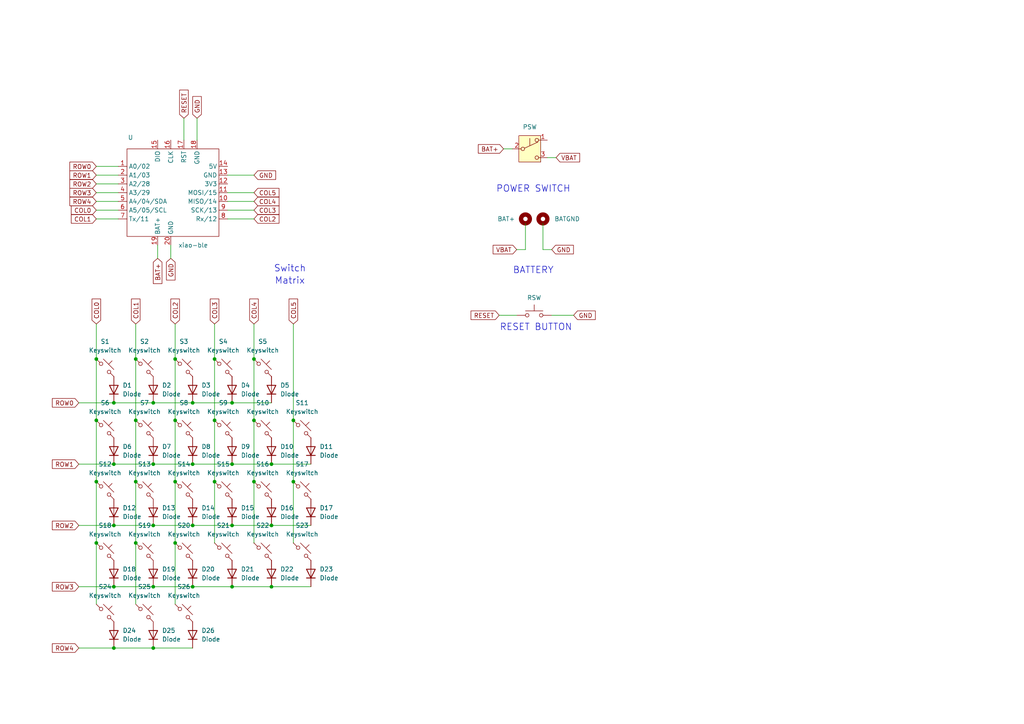
<source format=kicad_sch>
(kicad_sch (version 20231120) (generator "eeschema") (generator_version "8.0")
  (paper "A4")
  (title_block (title "Catpucciano") (date "2024-09-28") (rev "v01"))
  (lib_symbols
    (symbol "ScottoKeebs:Placeholder_Diode" (pin_numbers hide) (pin_names hide)
      (property "Reference" "D" (at 0 2.54 0))
      (property "Value" "Diode" (at 0 -2.54 0))
      (symbol "Placeholder_Diode_0_1"
        (polyline (pts (xy -1.27 1.27) (xy -1.27 -1.27)) (stroke (width 0.254)))
        (polyline (pts (xy 1.27 0) (xy -1.27 0)))
        (polyline (pts (xy 1.27 1.27) (xy 1.27 -1.27) (xy -1.27 0) (xy 1.27 1.27)) (stroke (width 0.254)))
      )
      (symbol "Placeholder_Diode_1_1"
        (pin passive line (at -3.81 0 0) (length 2.54) (name "K") (number "1"))
        (pin passive line (at 3.81 0 180) (length 2.54) (name "A") (number "2"))
      )
    )
    (symbol "ScottoKeebs:Placeholder_Keyswitch" (pin_numbers hide) (pin_names (offset 1.016) hide)
      (property "Reference" "S" (at 3.048 1.016 0))
      (property "Value" "Keyswitch" (at 0 -3.81 0))
      (symbol "Placeholder_Keyswitch_0_1"
        (circle (center -1.1684 1.1684) (radius 0.508))
        (polyline (pts (xy -0.508 2.54) (xy 2.54 -0.508)))
        (polyline (pts (xy 1.016 1.016) (xy 2.032 2.032)))
        (polyline (pts (xy -2.54 2.54) (xy -1.524 1.524) (xy -1.524 1.524)))
        (polyline (pts (xy 1.524 -1.524) (xy 2.54 -2.54) (xy 2.54 -2.54) (xy 2.54 -2.54)))
        (circle (center 1.143 -1.1938) (radius 0.508))
        (pin passive line (at -2.54 2.54 0) (length 0) (name "1") (number "1"))
        (pin passive line (at 2.54 -2.54 180) (length 0) (name "2") (number "2"))
      )
    )
    (symbol "ScottoKeebs:Placeholder_Mounting_Hole" (pin_names (offset 1.016))
      (property "Reference" "H" (at 0 5.08 0))
      (property "Value" "Mounting_Hole" (at 0 3.175 0))
      (symbol "Placeholder_Mounting_Hole_0_1"
        (circle (center 0 0) (radius 1.27) (stroke (width 1.27)))
      )
    )
    (symbol "ScottoKeebs:Placeholder_Switch" (pin_numbers hide) (pin_names (offset 1.016) hide)
      (property "Reference" "SW" (at 1.27 2.54 0))
      (property "Value" "Switch" (at 0 -1.524 0))
      (symbol "Placeholder_Switch_0_1"
        (circle (center -2.032 0) (radius 0.508))
        (polyline (pts (xy 0 1.27) (xy 0 3.048)))
        (polyline (pts (xy 2.54 1.27) (xy -2.54 1.27)))
        (circle (center 2.032 0) (radius 0.508))
        (pin passive line (at -5.08 0 0) (length 2.54) (name "1") (number "1"))
        (pin passive line (at 5.08 0 180) (length 2.54) (name "2") (number "2"))
      )
    )
    (symbol "Switch:SW_Push_SPDT" (pin_names (offset 0) hide)
      (property "Reference" "SW" (at 0 5.08 0))
      (property "Value" "SW_Push_SPDT" (at 0 -5.08 0))
      (symbol "SW_Push_SPDT_0_0"
        (circle (center -2.032 0) (radius 0.508))
        (polyline (pts (xy 0 1.016) (xy 0 3.048)))
        (circle (center 2.032 -2.54) (radius 0.508))
      )
      (symbol "SW_Push_SPDT_0_1"
        (polyline (pts (xy -1.524 0.2032) (xy 2.3368 1.9812)))
        (circle (center 2.032 2.54) (radius 0.508))
      )
      (symbol "SW_Push_SPDT_1_1"
        (rectangle (start -3.175 3.81) (end 3.175 -3.81) (fill (type background)))
        (pin passive line (at 5.08 2.54 180) (length 2.54) (name "A") (number "1"))
        (pin passive line (at -5.08 0 0) (length 2.54) (name "B") (number "2"))
        (pin passive line (at 5.08 -2.54 180) (length 2.54) (name "C") (number "3"))
      )
    )
    (symbol "xiao-ble:microcontroller"
      (property "Reference" "Microcontroller" (at 36.576 14.224 0))
      (property "Value" "U" (at 13.716 41.91 0))
      (symbol "microcontroller_0_1"
        (rectangle (start 12.7 40.64) (end 39.37 15.24))
      )
      (symbol "microcontroller_1_1"
        (pin input line (at 10.16 35.56 0) (length 2.54) (name "A0/02") (number "1"))
        (pin input line (at 41.91 25.4 180) (length 2.54) (name "MISO/14") (number "10"))
        (pin input line (at 41.91 27.94 180) (length 2.54) (name "MOSI/15") (number "11"))
        (pin input line (at 41.91 30.48 180) (length 2.54) (name "3V3") (number "12"))
        (pin input line (at 41.91 33.02 180) (length 2.54) (name "GND") (number "13"))
        (pin input line (at 41.91 35.56 180) (length 2.54) (name "5V") (number "14"))
        (pin input line (at 21.59 43.18 270) (length 2.54) (name "DIO") (number "15"))
        (pin input line (at 25.4 43.18 270) (length 2.54) (name "CLK") (number "16"))
        (pin input line (at 29.21 43.18 270) (length 2.54) (name "RST") (number "17"))
        (pin input line (at 33.02 43.18 270) (length 2.54) (name "GND") (number "18"))
        (pin input line (at 21.59 12.7 90) (length 2.54) (name "BAT+") (number "19"))
        (pin input line (at 10.16 33.02 0) (length 2.54) (name "A1/03") (number "2"))
        (pin input line (at 25.4 12.7 90) (length 2.54) (name "GND") (number "20"))
        (pin input line (at 10.16 30.48 0) (length 2.54) (name "A2/28") (number "3"))
        (pin input line (at 10.16 27.94 0) (length 2.54) (name "A3/29") (number "4"))
        (pin input line (at 10.16 25.4 0) (length 2.54) (name "A4/04/SDA") (number "5"))
        (pin input line (at 10.16 22.86 0) (length 2.54) (name "A5/05/SCL") (number "6"))
        (pin input line (at 10.16 20.32 0) (length 2.54) (name "Tx/11") (number "7"))
        (pin input line (at 41.91 20.32 180) (length 2.54) (name "Rx/12") (number "8"))
        (pin input line (at 41.91 22.86 180) (length 2.54) (name "SCK/13") (number "9"))
      )
    )
  )
  (junction (at 39.37 157.48))
  (junction (at 67.31 116.84))
  (junction (at 67.31 152.4))
  (junction (at 44.45 187.96))
  (junction (at 85.09 139.7))
  (junction (at 78.74 152.4))
  (junction (at 62.23 104.14))
  (junction (at 73.66 104.14))
  (junction (at 73.66 139.7))
  (junction (at 85.09 121.92))
  (junction (at 55.88 152.4))
  (junction (at 33.02 116.84))
  (junction (at 33.02 170.18))
  (junction (at 39.37 139.7))
  (junction (at 39.37 121.92))
  (junction (at 55.88 170.18))
  (junction (at 78.74 170.18))
  (junction (at 62.23 139.7))
  (junction (at 33.02 152.4))
  (junction (at 55.88 116.84))
  (junction (at 50.8 121.92))
  (junction (at 27.94 157.48))
  (junction (at 33.02 134.62))
  (junction (at 44.45 134.62))
  (junction (at 50.8 104.14))
  (junction (at 67.31 134.62))
  (junction (at 44.45 170.18))
  (junction (at 67.31 170.18))
  (junction (at 44.45 116.84))
  (junction (at 62.23 121.92))
  (junction (at 55.88 134.62))
  (junction (at 44.45 152.4))
  (junction (at 50.8 139.7))
  (junction (at 39.37 104.14))
  (junction (at 73.66 121.92))
  (junction (at 27.94 121.92))
  (junction (at 50.8 157.48))
  (junction (at 27.94 139.7))
  (junction (at 78.74 134.62))
  (junction (at 33.02 187.96))
  (junction (at 27.94 104.14))
  (wire (pts (xy 73.66 55.88) (xy 66.04 55.88)))
  (wire (pts (xy 33.02 134.62) (xy 44.45 134.62)))
  (wire (pts (xy 166.37 91.44) (xy 160.02 91.44)))
  (wire (pts (xy 27.94 93.98) (xy 27.94 104.14)))
  (wire (pts (xy 44.45 152.4) (xy 55.88 152.4)))
  (wire (pts (xy 67.31 152.4) (xy 78.74 152.4)))
  (wire (pts (xy 85.09 93.98) (xy 85.09 121.92)))
  (wire (pts (xy 149.86 72.39) (xy 152.4 72.39)))
  (wire (pts (xy 39.37 121.92) (xy 39.37 139.7)))
  (wire (pts (xy 39.37 157.48) (xy 39.37 175.26)))
  (wire (pts (xy 85.09 139.7) (xy 85.09 157.48)))
  (wire (pts (xy 67.31 170.18) (xy 78.74 170.18)))
  (wire (pts (xy 62.23 139.7) (xy 62.23 157.48)))
  (wire (pts (xy 85.09 121.92) (xy 85.09 139.7)))
  (wire (pts (xy 44.45 134.62) (xy 55.88 134.62)))
  (wire (pts (xy 27.94 60.96) (xy 34.29 60.96)))
  (wire (pts (xy 33.02 170.18) (xy 44.45 170.18)))
  (wire (pts (xy 22.86 170.18) (xy 33.02 170.18)))
  (wire (pts (xy 62.23 104.14) (xy 62.23 121.92)))
  (wire (pts (xy 57.15 34.29) (xy 57.15 40.64)))
  (wire (pts (xy 55.88 170.18) (xy 67.31 170.18)))
  (wire (pts (xy 27.94 63.5) (xy 34.29 63.5)))
  (wire (pts (xy 67.31 134.62) (xy 78.74 134.62)))
  (wire (pts (xy 45.72 71.12) (xy 45.72 74.93)))
  (wire (pts (xy 73.66 58.42) (xy 66.04 58.42)))
  (wire (pts (xy 27.94 55.88) (xy 34.29 55.88)))
  (wire (pts (xy 33.02 152.4) (xy 44.45 152.4)))
  (wire (pts (xy 73.66 104.14) (xy 73.66 121.92)))
  (wire (pts (xy 27.94 139.7) (xy 27.94 157.48)))
  (wire (pts (xy 67.31 116.84) (xy 78.74 116.84)))
  (wire (pts (xy 39.37 93.98) (xy 39.37 104.14)))
  (wire (pts (xy 78.74 134.62) (xy 90.17 134.62)))
  (wire (pts (xy 55.88 116.84) (xy 67.31 116.84)))
  (wire (pts (xy 78.74 170.18) (xy 90.17 170.18)))
  (wire (pts (xy 146.05 43.18) (xy 148.59 43.18)))
  (wire (pts (xy 50.8 157.48) (xy 50.8 175.26)))
  (wire (pts (xy 53.34 34.29) (xy 53.34 40.64)))
  (wire (pts (xy 50.8 139.7) (xy 50.8 157.48)))
  (wire (pts (xy 144.78 91.44) (xy 149.86 91.44)))
  (wire (pts (xy 73.66 60.96) (xy 66.04 60.96)))
  (wire (pts (xy 22.86 152.4) (xy 33.02 152.4)))
  (wire (pts (xy 62.23 93.98) (xy 62.23 104.14)))
  (wire (pts (xy 44.45 170.18) (xy 55.88 170.18)))
  (wire (pts (xy 27.94 58.42) (xy 34.29 58.42)))
  (wire (pts (xy 33.02 116.84) (xy 44.45 116.84)))
  (wire (pts (xy 160.02 72.39) (xy 157.48 72.39)))
  (wire (pts (xy 55.88 152.4) (xy 67.31 152.4)))
  (wire (pts (xy 50.8 121.92) (xy 50.8 139.7)))
  (wire (pts (xy 73.66 63.5) (xy 66.04 63.5)))
  (wire (pts (xy 157.48 64.77) (xy 157.48 72.39)))
  (wire (pts (xy 22.86 187.96) (xy 33.02 187.96)))
  (wire (pts (xy 27.94 48.26) (xy 34.29 48.26)))
  (wire (pts (xy 27.94 121.92) (xy 27.94 139.7)))
  (wire (pts (xy 27.94 157.48) (xy 27.94 175.26)))
  (wire (pts (xy 73.66 121.92) (xy 73.66 139.7)))
  (wire (pts (xy 78.74 152.4) (xy 90.17 152.4)))
  (wire (pts (xy 50.8 93.98) (xy 50.8 104.14)))
  (wire (pts (xy 73.66 93.98) (xy 73.66 104.14)))
  (wire (pts (xy 39.37 104.14) (xy 39.37 121.92)))
  (wire (pts (xy 44.45 187.96) (xy 55.88 187.96)))
  (wire (pts (xy 44.45 116.84) (xy 55.88 116.84)))
  (wire (pts (xy 22.86 116.84) (xy 33.02 116.84)))
  (wire (pts (xy 27.94 104.14) (xy 27.94 121.92)))
  (wire (pts (xy 66.04 50.8) (xy 73.66 50.8)))
  (wire (pts (xy 33.02 187.96) (xy 44.45 187.96)))
  (wire (pts (xy 161.29 45.72) (xy 158.75 45.72)))
  (wire (pts (xy 27.94 53.34) (xy 34.29 53.34)))
  (wire (pts (xy 22.86 134.62) (xy 33.02 134.62)))
  (wire (pts (xy 39.37 139.7) (xy 39.37 157.48)))
  (wire (pts (xy 152.4 64.77) (xy 152.4 72.39)))
  (wire (pts (xy 55.88 134.62) (xy 67.31 134.62)))
  (wire (pts (xy 27.94 50.8) (xy 34.29 50.8)))
  (wire (pts (xy 73.66 139.7) (xy 73.66 157.48)))
  (wire (pts (xy 62.23 121.92) (xy 62.23 139.7)))
  (wire (pts (xy 50.8 104.14) (xy 50.8 121.92)))
  (wire (pts (xy 49.53 71.12) (xy 49.53 74.93)))
  (text "POWER SWITCH" (at 154.686 54.864 0) (effects (font (size 1.905 1.905))))
  (text "Microcontroller" (at 75.184 41.656 0) (effects (font (size 1.905 1.905))))
  (text "BATTERY" (at 154.686 78.486 0) (effects (font (size 1.905 1.905))))
  (text "Switch " (at 84.836 77.978 0) (effects (font (size 1.905 1.905))))
  (text "Matrix" (at 84.074 81.534 0) (effects (font (size 1.905 1.905))))
  (text "RESET BUTTON" (at 155.448 94.996 0) (effects (font (size 1.905 1.905))))
  (global_label "COL3" (shape input) (at 62.23 93.98 90) (property "Intersheetrefs" "${INTERSHEET_REFS}" (effects (hide yes))))
  (global_label "COL3" (shape input) (at 73.66 60.96 0) (property "Intersheetrefs" "${INTERSHEET_REFS}" (effects (hide yes))))
  (global_label "COL1" (shape input) (at 39.37 93.98 90) (property "Intersheetrefs" "${INTERSHEET_REFS}" (effects (hide yes))))
  (global_label "ROW2" (shape input) (at 22.86 152.4 180) (property "Intersheetrefs" "${INTERSHEET_REFS}" (effects (hide yes))))
  (global_label "GND" (shape input) (at 73.66 50.8 0) (property "Intersheetrefs" "${INTERSHEET_REFS}" (effects (hide yes))))
  (global_label "COL2" (shape input) (at 50.8 93.98 90) (property "Intersheetrefs" "${INTERSHEET_REFS}" (effects (hide yes))))
  (global_label "VBAT" (shape input) (at 149.86 72.39 180) (property "Intersheetrefs" "${INTERSHEET_REFS}" (effects (hide yes))))
  (global_label "GND" (shape input) (at 49.53 74.93 270) (property "Intersheetrefs" "${INTERSHEET_REFS}" (effects (hide yes))))
  (global_label "RESET" (shape input) (at 53.34 34.29 90) (property "Intersheetrefs" "${INTERSHEET_REFS}" (effects (hide yes))))
  (global_label "ROW3" (shape input) (at 27.94 55.88 180) (property "Intersheetrefs" "${INTERSHEET_REFS}" (effects (hide yes))))
  (global_label "COL2" (shape input) (at 73.66 63.5 0) (property "Intersheetrefs" "${INTERSHEET_REFS}" (effects (hide yes))))
  (global_label "ROW1" (shape input) (at 27.94 50.8 180) (property "Intersheetrefs" "${INTERSHEET_REFS}" (effects (hide yes))))
  (global_label "GND" (shape input) (at 160.02 72.39 0) (property "Intersheetrefs" "${INTERSHEET_REFS}" (effects (hide yes))))
  (global_label "GND" (shape input) (at 166.37 91.44 0) (property "Intersheetrefs" "${INTERSHEET_REFS}" (effects (hide yes))))
  (global_label "COL4" (shape input) (at 73.66 93.98 90) (property "Intersheetrefs" "${INTERSHEET_REFS}" (effects (hide yes))))
  (global_label "COL1" (shape input) (at 27.94 63.5 180) (property "Intersheetrefs" "${INTERSHEET_REFS}" (effects (hide yes))))
  (global_label "BAT+" (shape input) (at 45.72 74.93 270) (property "Intersheetrefs" "${INTERSHEET_REFS}" (effects (hide yes))))
  (global_label "COL4" (shape input) (at 73.66 58.42 0) (property "Intersheetrefs" "${INTERSHEET_REFS}" (effects (hide yes))))
  (global_label "ROW4" (shape input) (at 22.86 187.96 180) (property "Intersheetrefs" "${INTERSHEET_REFS}" (effects (hide yes))))
  (global_label "VBAT" (shape input) (at 161.29 45.72 0) (property "Intersheetrefs" "${INTERSHEET_REFS}" (effects (hide yes))))
  (global_label "ROW1" (shape input) (at 22.86 134.62 180) (property "Intersheetrefs" "${INTERSHEET_REFS}" (effects (hide yes))))
  (global_label "COL0" (shape input) (at 27.94 93.98 90) (property "Intersheetrefs" "${INTERSHEET_REFS}" (effects (hide yes))))
  (global_label "COL5" (shape input) (at 85.09 93.98 90) (property "Intersheetrefs" "${INTERSHEET_REFS}" (effects (hide yes))))
  (global_label "ROW2" (shape input) (at 27.94 53.34 180) (property "Intersheetrefs" "${INTERSHEET_REFS}" (effects (hide yes))))
  (global_label "BAT+" (shape input) (at 146.05 43.18 180) (property "Intersheetrefs" "${INTERSHEET_REFS}" (effects (hide yes))))
  (global_label "ROW3" (shape input) (at 22.86 170.18 180) (property "Intersheetrefs" "${INTERSHEET_REFS}" (effects (hide yes))))
  (global_label "ROW4" (shape input) (at 27.94 58.42 180) (property "Intersheetrefs" "${INTERSHEET_REFS}" (effects (hide yes))))
  (global_label "ROW0" (shape input) (at 22.86 116.84 180) (property "Intersheetrefs" "${INTERSHEET_REFS}" (effects (hide yes))))
  (global_label "COL5" (shape input) (at 73.66 55.88 0) (property "Intersheetrefs" "${INTERSHEET_REFS}" (effects (hide yes))))
  (global_label "COL0" (shape input) (at 27.94 60.96 180) (property "Intersheetrefs" "${INTERSHEET_REFS}" (effects (hide yes))))
  (global_label "ROW0" (shape input) (at 27.94 48.26 180) (property "Intersheetrefs" "${INTERSHEET_REFS}" (effects (hide yes))))
  (global_label "RESET" (shape input) (at 144.78 91.44 180) (property "Intersheetrefs" "${INTERSHEET_REFS}" (effects (hide yes))))
  (global_label "GND" (shape input) (at 57.15 34.29 90) (property "Intersheetrefs" "${INTERSHEET_REFS}" (effects (hide yes))))
  (symbol (lib_id "ScottoKeebs:Placeholder_Keyswitch") (at 41.91 106.68 0) (unit 1)
    (property "Reference" "S2" (at 41.91 99.06 0))
    (property "Value" "Keyswitch" (at 41.91 101.6 0))
    (property "Description" "Push button switch, normally open, two pins, 45° tilted" (effects (hide yes)))
  )
  (symbol (lib_id "ScottoKeebs:Placeholder_Keyswitch") (at 64.77 142.24 0) (unit 1)
    (property "Reference" "S15" (at 64.77 134.62 0))
    (property "Value" "Keyswitch" (at 64.77 137.16 0))
    (property "Description" "Push button switch, normally open, two pins, 45° tilted" (effects (hide yes)))
  )
  (symbol (lib_id "ScottoKeebs:Placeholder_Diode") (at 44.45 166.37 90) (unit 1)
    (property "Reference" "D19" (at 46.99 165.0999 90) (effects (justify right)))
    (property "Value" "Diode" (at 46.99 167.6399 90) (effects (justify right)))
    (property "Description" "1N4148 (DO-35) or 1N4148W (SOD-123)" (effects (hide yes)))
    (property "Sim.Device" "D" (effects (hide yes)))
    (property "Sim.Pins" "1=K 2=A" (effects (hide yes)))
  )
  (symbol (lib_id "ScottoKeebs:Placeholder_Keyswitch") (at 87.63 124.46 0) (unit 1)
    (property "Reference" "S11" (at 87.63 116.84 0))
    (property "Value" "Keyswitch" (at 87.63 119.38 0))
    (property "Description" "Push button switch, normally open, two pins, 45° tilted" (effects (hide yes)))
  )
  (symbol (lib_id "ScottoKeebs:Placeholder_Diode") (at 33.02 130.81 90) (unit 1)
    (property "Reference" "D6" (at 35.56 129.5399 90) (effects (justify right)))
    (property "Value" "Diode" (at 35.56 132.0799 90) (effects (justify right)))
    (property "Description" "1N4148 (DO-35) or 1N4148W (SOD-123)" (effects (hide yes)))
    (property "Sim.Device" "D" (effects (hide yes)))
    (property "Sim.Pins" "1=K 2=A" (effects (hide yes)))
  )
  (symbol (lib_id "ScottoKeebs:Placeholder_Mounting_Hole") (at 152.4 63.5 0) (unit 1)
    (property "Reference" "H1" (effects (hide yes)))
    (property "Value" "BAT+" (at 144.272 63.5 0) (effects (justify left)))
    (property "Description" "Mounting Hole without connection" (effects (hide yes)))
  )
  (symbol (lib_id "ScottoKeebs:Placeholder_Keyswitch") (at 64.77 106.68 0) (unit 1)
    (property "Reference" "S4" (at 64.77 99.06 0))
    (property "Value" "Keyswitch" (at 64.77 101.6 0))
    (property "Description" "Push button switch, normally open, two pins, 45° tilted" (effects (hide yes)))
  )
  (symbol (lib_id "ScottoKeebs:Placeholder_Keyswitch") (at 53.34 160.02 0) (unit 1)
    (property "Reference" "S20" (at 53.34 152.4 0))
    (property "Value" "Keyswitch" (at 53.34 154.94 0))
    (property "Description" "Push button switch, normally open, two pins, 45° tilted" (effects (hide yes)))
  )
  (symbol (lib_id "ScottoKeebs:Placeholder_Keyswitch") (at 53.34 142.24 0) (unit 1)
    (property "Reference" "S14" (at 53.34 134.62 0))
    (property "Value" "Keyswitch" (at 53.34 137.16 0))
    (property "Description" "Push button switch, normally open, two pins, 45° tilted" (effects (hide yes)))
  )
  (symbol (lib_id "ScottoKeebs:Placeholder_Keyswitch") (at 87.63 142.24 0) (unit 1)
    (property "Reference" "S17" (at 87.63 134.62 0))
    (property "Value" "Keyswitch" (at 87.63 137.16 0))
    (property "Description" "Push button switch, normally open, two pins, 45° tilted" (effects (hide yes)))
  )
  (symbol (lib_id "ScottoKeebs:Placeholder_Diode") (at 44.45 148.59 90) (unit 1)
    (property "Reference" "D13" (at 46.99 147.3199 90) (effects (justify right)))
    (property "Value" "Diode" (at 46.99 149.8599 90) (effects (justify right)))
    (property "Description" "1N4148 (DO-35) or 1N4148W (SOD-123)" (effects (hide yes)))
    (property "Sim.Device" "D" (effects (hide yes)))
    (property "Sim.Pins" "1=K 2=A" (effects (hide yes)))
  )
  (symbol (lib_id "ScottoKeebs:Placeholder_Diode") (at 55.88 166.37 90) (unit 1)
    (property "Reference" "D20" (at 58.42 165.0999 90) (effects (justify right)))
    (property "Value" "Diode" (at 58.42 167.6399 90) (effects (justify right)))
    (property "Description" "1N4148 (DO-35) or 1N4148W (SOD-123)" (effects (hide yes)))
    (property "Sim.Device" "D" (effects (hide yes)))
    (property "Sim.Pins" "1=K 2=A" (effects (hide yes)))
  )
  (symbol (lib_id "ScottoKeebs:Placeholder_Mounting_Hole") (at 157.48 63.5 0) (unit 1)
    (property "Reference" "H2" (effects (hide yes)))
    (property "Value" "BATGND" (at 160.782 63.5 0) (effects (justify left)))
    (property "Description" "Mounting Hole without connection" (effects (hide yes)))
  )
  (symbol (lib_id "ScottoKeebs:Placeholder_Diode") (at 67.31 113.03 90) (unit 1)
    (property "Reference" "D4" (at 69.85 111.7599 90) (effects (justify right)))
    (property "Value" "Diode" (at 69.85 114.2999 90) (effects (justify right)))
    (property "Description" "1N4148 (DO-35) or 1N4148W (SOD-123)" (effects (hide yes)))
    (property "Sim.Device" "D" (effects (hide yes)))
    (property "Sim.Pins" "1=K 2=A" (effects (hide yes)))
  )
  (symbol (lib_id "ScottoKeebs:Placeholder_Diode") (at 78.74 166.37 90) (unit 1)
    (property "Reference" "D22" (at 81.28 165.0999 90) (effects (justify right)))
    (property "Value" "Diode" (at 81.28 167.6399 90) (effects (justify right)))
    (property "Description" "1N4148 (DO-35) or 1N4148W (SOD-123)" (effects (hide yes)))
    (property "Sim.Device" "D" (effects (hide yes)))
    (property "Sim.Pins" "1=K 2=A" (effects (hide yes)))
  )
  (symbol (lib_id "Switch:SW_Push_SPDT") (at 153.67 43.18 0) (unit 1)
    (property "Reference" "SW2" (effects (hide yes)))
    (property "Value" "PSW" (at 153.67 36.83 0))
    (property "Description" "Momentary Switch, single pole double throw" (effects (hide yes)))
  )
  (symbol (lib_id "ScottoKeebs:Placeholder_Diode") (at 78.74 148.59 90) (unit 1)
    (property "Reference" "D16" (at 81.28 147.3199 90) (effects (justify right)))
    (property "Value" "Diode" (at 81.28 149.8599 90) (effects (justify right)))
    (property "Description" "1N4148 (DO-35) or 1N4148W (SOD-123)" (effects (hide yes)))
    (property "Sim.Device" "D" (effects (hide yes)))
    (property "Sim.Pins" "1=K 2=A" (effects (hide yes)))
  )
  (symbol (lib_id "ScottoKeebs:Placeholder_Keyswitch") (at 53.34 124.46 0) (unit 1)
    (property "Reference" "S8" (at 53.34 116.84 0))
    (property "Value" "Keyswitch" (at 53.34 119.38 0))
    (property "Description" "Push button switch, normally open, two pins, 45° tilted" (effects (hide yes)))
  )
  (symbol (lib_id "ScottoKeebs:Placeholder_Diode") (at 44.45 130.81 90) (unit 1)
    (property "Reference" "D7" (at 46.99 129.5399 90) (effects (justify right)))
    (property "Value" "Diode" (at 46.99 132.0799 90) (effects (justify right)))
    (property "Description" "1N4148 (DO-35) or 1N4148W (SOD-123)" (effects (hide yes)))
    (property "Sim.Device" "D" (effects (hide yes)))
    (property "Sim.Pins" "1=K 2=A" (effects (hide yes)))
  )
  (symbol (lib_id "ScottoKeebs:Placeholder_Diode") (at 33.02 113.03 90) (unit 1)
    (property "Reference" "D1" (at 35.56 111.7599 90) (effects (justify right)))
    (property "Value" "Diode" (at 35.56 114.2999 90) (effects (justify right)))
    (property "Description" "1N4148 (DO-35) or 1N4148W (SOD-123)" (effects (hide yes)))
    (property "Sim.Device" "D" (effects (hide yes)))
    (property "Sim.Pins" "1=K 2=A" (effects (hide yes)))
  )
  (symbol (lib_id "ScottoKeebs:Placeholder_Keyswitch") (at 30.48 177.8 0) (unit 1)
    (property "Reference" "S24" (at 30.48 170.18 0))
    (property "Value" "Keyswitch" (at 30.48 172.72 0))
    (property "Description" "Push button switch, normally open, two pins, 45° tilted" (effects (hide yes)))
  )
  (symbol (lib_id "ScottoKeebs:Placeholder_Keyswitch") (at 76.2 142.24 0) (unit 1)
    (property "Reference" "S16" (at 76.2 134.62 0))
    (property "Value" "Keyswitch" (at 76.2 137.16 0))
    (property "Description" "Push button switch, normally open, two pins, 45° tilted" (effects (hide yes)))
  )
  (symbol (lib_id "ScottoKeebs:Placeholder_Diode") (at 90.17 148.59 90) (unit 1)
    (property "Reference" "D17" (at 92.71 147.3199 90) (effects (justify right)))
    (property "Value" "Diode" (at 92.71 149.8599 90) (effects (justify right)))
    (property "Description" "1N4148 (DO-35) or 1N4148W (SOD-123)" (effects (hide yes)))
    (property "Sim.Device" "D" (effects (hide yes)))
    (property "Sim.Pins" "1=K 2=A" (effects (hide yes)))
  )
  (symbol (lib_id "ScottoKeebs:Placeholder_Keyswitch") (at 64.77 160.02 0) (unit 1)
    (property "Reference" "S21" (at 64.77 152.4 0))
    (property "Value" "Keyswitch" (at 64.77 154.94 0))
    (property "Description" "Push button switch, normally open, two pins, 45° tilted" (effects (hide yes)))
  )
  (symbol (lib_id "ScottoKeebs:Placeholder_Diode") (at 33.02 148.59 90) (unit 1)
    (property "Reference" "D12" (at 35.56 147.3199 90) (effects (justify right)))
    (property "Value" "Diode" (at 35.56 149.8599 90) (effects (justify right)))
    (property "Description" "1N4148 (DO-35) or 1N4148W (SOD-123)" (effects (hide yes)))
    (property "Sim.Device" "D" (effects (hide yes)))
    (property "Sim.Pins" "1=K 2=A" (effects (hide yes)))
  )
  (symbol (lib_id "ScottoKeebs:Placeholder_Diode") (at 67.31 130.81 90) (unit 1)
    (property "Reference" "D9" (at 69.85 129.5399 90) (effects (justify right)))
    (property "Value" "Diode" (at 69.85 132.0799 90) (effects (justify right)))
    (property "Description" "1N4148 (DO-35) or 1N4148W (SOD-123)" (effects (hide yes)))
    (property "Sim.Device" "D" (effects (hide yes)))
    (property "Sim.Pins" "1=K 2=A" (effects (hide yes)))
  )
  (symbol (lib_id "ScottoKeebs:Placeholder_Keyswitch") (at 30.48 160.02 0) (unit 1)
    (property "Reference" "S18" (at 30.48 152.4 0))
    (property "Value" "Keyswitch" (at 30.48 154.94 0))
    (property "Description" "Push button switch, normally open, two pins, 45° tilted" (effects (hide yes)))
  )
  (symbol (lib_id "ScottoKeebs:Placeholder_Diode") (at 78.74 113.03 90) (unit 1)
    (property "Reference" "D5" (at 81.28 111.7599 90) (effects (justify right)))
    (property "Value" "Diode" (at 81.28 114.2999 90) (effects (justify right)))
    (property "Description" "1N4148 (DO-35) or 1N4148W (SOD-123)" (effects (hide yes)))
    (property "Sim.Device" "D" (effects (hide yes)))
    (property "Sim.Pins" "1=K 2=A" (effects (hide yes)))
  )
  (symbol (lib_id "ScottoKeebs:Placeholder_Keyswitch") (at 41.91 177.8 0) (unit 1)
    (property "Reference" "S25" (at 41.91 170.18 0))
    (property "Value" "Keyswitch" (at 41.91 172.72 0))
    (property "Description" "Push button switch, normally open, two pins, 45° tilted" (effects (hide yes)))
  )
  (symbol (lib_id "ScottoKeebs:Placeholder_Keyswitch") (at 76.2 160.02 0) (unit 1)
    (property "Reference" "S22" (at 76.2 152.4 0))
    (property "Value" "Keyswitch" (at 76.2 154.94 0))
    (property "Description" "Push button switch, normally open, two pins, 45° tilted" (effects (hide yes)))
  )
  (symbol (lib_id "ScottoKeebs:Placeholder_Diode") (at 78.74 130.81 90) (unit 1)
    (property "Reference" "D10" (at 81.28 129.5399 90) (effects (justify right)))
    (property "Value" "Diode" (at 81.28 132.0799 90) (effects (justify right)))
    (property "Description" "1N4148 (DO-35) or 1N4148W (SOD-123)" (effects (hide yes)))
    (property "Sim.Device" "D" (effects (hide yes)))
    (property "Sim.Pins" "1=K 2=A" (effects (hide yes)))
  )
  (symbol (lib_id "ScottoKeebs:Placeholder_Keyswitch") (at 41.91 124.46 0) (unit 1)
    (property "Reference" "S7" (at 41.91 116.84 0))
    (property "Value" "Keyswitch" (at 41.91 119.38 0))
    (property "Description" "Push button switch, normally open, two pins, 45° tilted" (effects (hide yes)))
  )
  (symbol (lib_id "ScottoKeebs:Placeholder_Diode") (at 44.45 184.15 90) (unit 1)
    (property "Reference" "D25" (at 46.99 182.8799 90) (effects (justify right)))
    (property "Value" "Diode" (at 46.99 185.4199 90) (effects (justify right)))
    (property "Description" "1N4148 (DO-35) or 1N4148W (SOD-123)" (effects (hide yes)))
    (property "Sim.Device" "D" (effects (hide yes)))
    (property "Sim.Pins" "1=K 2=A" (effects (hide yes)))
  )
  (symbol (lib_id "ScottoKeebs:Placeholder_Diode") (at 33.02 184.15 90) (unit 1)
    (property "Reference" "D24" (at 35.56 182.8799 90) (effects (justify right)))
    (property "Value" "Diode" (at 35.56 185.4199 90) (effects (justify right)))
    (property "Description" "1N4148 (DO-35) or 1N4148W (SOD-123)" (effects (hide yes)))
    (property "Sim.Device" "D" (effects (hide yes)))
    (property "Sim.Pins" "1=K 2=A" (effects (hide yes)))
  )
  (symbol (lib_id "ScottoKeebs:Placeholder_Diode") (at 55.88 130.81 90) (unit 1)
    (property "Reference" "D8" (at 58.42 129.5399 90) (effects (justify right)))
    (property "Value" "Diode" (at 58.42 132.0799 90) (effects (justify right)))
    (property "Description" "1N4148 (DO-35) or 1N4148W (SOD-123)" (effects (hide yes)))
    (property "Sim.Device" "D" (effects (hide yes)))
    (property "Sim.Pins" "1=K 2=A" (effects (hide yes)))
  )
  (symbol (lib_id "ScottoKeebs:Placeholder_Diode") (at 90.17 130.81 90) (unit 1)
    (property "Reference" "D11" (at 92.71 129.5399 90) (effects (justify right)))
    (property "Value" "Diode" (at 92.71 132.0799 90) (effects (justify right)))
    (property "Description" "1N4148 (DO-35) or 1N4148W (SOD-123)" (effects (hide yes)))
    (property "Sim.Device" "D" (effects (hide yes)))
    (property "Sim.Pins" "1=K 2=A" (effects (hide yes)))
  )
  (symbol (lib_id "ScottoKeebs:Placeholder_Diode") (at 55.88 113.03 90) (unit 1)
    (property "Reference" "D3" (at 58.42 111.7599 90) (effects (justify right)))
    (property "Value" "Diode" (at 58.42 114.2999 90) (effects (justify right)))
    (property "Description" "1N4148 (DO-35) or 1N4148W (SOD-123)" (effects (hide yes)))
    (property "Sim.Device" "D" (effects (hide yes)))
    (property "Sim.Pins" "1=K 2=A" (effects (hide yes)))
  )
  (symbol (lib_id "ScottoKeebs:Placeholder_Diode") (at 90.17 166.37 90) (unit 1)
    (property "Reference" "D23" (at 92.71 165.0999 90) (effects (justify right)))
    (property "Value" "Diode" (at 92.71 167.6399 90) (effects (justify right)))
    (property "Description" "1N4148 (DO-35) or 1N4148W (SOD-123)" (effects (hide yes)))
    (property "Sim.Device" "D" (effects (hide yes)))
    (property "Sim.Pins" "1=K 2=A" (effects (hide yes)))
  )
  (symbol (lib_id "ScottoKeebs:Placeholder_Keyswitch") (at 30.48 142.24 0) (unit 1)
    (property "Reference" "S12" (at 30.48 134.62 0))
    (property "Value" "Keyswitch" (at 30.48 137.16 0))
    (property "Description" "Push button switch, normally open, two pins, 45° tilted" (effects (hide yes)))
  )
  (symbol (lib_id "ScottoKeebs:Placeholder_Keyswitch") (at 41.91 142.24 0) (unit 1)
    (property "Reference" "S13" (at 41.91 134.62 0))
    (property "Value" "Keyswitch" (at 41.91 137.16 0))
    (property "Description" "Push button switch, normally open, two pins, 45° tilted" (effects (hide yes)))
  )
  (symbol (lib_id "ScottoKeebs:Placeholder_Keyswitch") (at 87.63 160.02 0) (unit 1)
    (property "Reference" "S23" (at 87.63 152.4 0))
    (property "Value" "Keyswitch" (at 87.63 154.94 0))
    (property "Description" "Push button switch, normally open, two pins, 45° tilted" (effects (hide yes)))
  )
  (symbol (lib_id "ScottoKeebs:Placeholder_Diode") (at 55.88 148.59 90) (unit 1)
    (property "Reference" "D14" (at 58.42 147.3199 90) (effects (justify right)))
    (property "Value" "Diode" (at 58.42 149.8599 90) (effects (justify right)))
    (property "Description" "1N4148 (DO-35) or 1N4148W (SOD-123)" (effects (hide yes)))
    (property "Sim.Device" "D" (effects (hide yes)))
    (property "Sim.Pins" "1=K 2=A" (effects (hide yes)))
  )
  (symbol (lib_id "ScottoKeebs:Placeholder_Diode") (at 67.31 166.37 90) (unit 1)
    (property "Reference" "D21" (at 69.85 165.0999 90) (effects (justify right)))
    (property "Value" "Diode" (at 69.85 167.6399 90) (effects (justify right)))
    (property "Description" "1N4148 (DO-35) or 1N4148W (SOD-123)" (effects (hide yes)))
    (property "Sim.Device" "D" (effects (hide yes)))
    (property "Sim.Pins" "1=K 2=A" (effects (hide yes)))
  )
  (symbol (lib_id "ScottoKeebs:Placeholder_Keyswitch") (at 30.48 106.68 0) (unit 1)
    (property "Reference" "S1" (at 30.48 99.06 0))
    (property "Value" "Keyswitch" (at 30.48 101.6 0))
    (property "Description" "Push button switch, normally open, two pins, 45° tilted" (effects (hide yes)))
  )
  (symbol (lib_id "ScottoKeebs:Placeholder_Keyswitch") (at 76.2 106.68 0) (unit 1)
    (property "Reference" "S5" (at 76.2 99.06 0))
    (property "Value" "Keyswitch" (at 76.2 101.6 0))
    (property "Description" "Push button switch, normally open, two pins, 45° tilted" (effects (hide yes)))
  )
  (symbol (lib_id "ScottoKeebs:Placeholder_Keyswitch") (at 30.48 124.46 0) (unit 1)
    (property "Reference" "S6" (at 30.48 116.84 0))
    (property "Value" "Keyswitch" (at 30.48 119.38 0))
    (property "Description" "Push button switch, normally open, two pins, 45° tilted" (effects (hide yes)))
  )
  (symbol (lib_id "ScottoKeebs:Placeholder_Diode") (at 44.45 113.03 90) (unit 1)
    (property "Reference" "D2" (at 46.99 111.7599 90) (effects (justify right)))
    (property "Value" "Diode" (at 46.99 114.2999 90) (effects (justify right)))
    (property "Description" "1N4148 (DO-35) or 1N4148W (SOD-123)" (effects (hide yes)))
    (property "Sim.Device" "D" (effects (hide yes)))
    (property "Sim.Pins" "1=K 2=A" (effects (hide yes)))
  )
  (symbol (lib_id "ScottoKeebs:Placeholder_Keyswitch") (at 76.2 124.46 0) (unit 1)
    (property "Reference" "S10" (at 76.2 116.84 0))
    (property "Value" "Keyswitch" (at 76.2 119.38 0))
    (property "Description" "Push button switch, normally open, two pins, 45° tilted" (effects (hide yes)))
  )
  (symbol (lib_id "ScottoKeebs:Placeholder_Keyswitch") (at 53.34 177.8 0) (unit 1)
    (property "Reference" "S26" (at 53.34 170.18 0))
    (property "Value" "Keyswitch" (at 53.34 172.72 0))
    (property "Description" "Push button switch, normally open, two pins, 45° tilted" (effects (hide yes)))
  )
  (symbol (lib_id "ScottoKeebs:Placeholder_Keyswitch") (at 53.34 106.68 0) (unit 1)
    (property "Reference" "S3" (at 53.34 99.06 0))
    (property "Value" "Keyswitch" (at 53.34 101.6 0))
    (property "Description" "Push button switch, normally open, two pins, 45° tilted" (effects (hide yes)))
  )
  (symbol (lib_id "ScottoKeebs:Placeholder_Diode") (at 67.31 148.59 90) (unit 1)
    (property "Reference" "D15" (at 69.85 147.3199 90) (effects (justify right)))
    (property "Value" "Diode" (at 69.85 149.8599 90) (effects (justify right)))
    (property "Description" "1N4148 (DO-35) or 1N4148W (SOD-123)" (effects (hide yes)))
    (property "Sim.Device" "D" (effects (hide yes)))
    (property "Sim.Pins" "1=K 2=A" (effects (hide yes)))
  )
  (symbol (lib_id "ScottoKeebs:Placeholder_Diode") (at 55.88 184.15 90) (unit 1)
    (property "Reference" "D26" (at 58.42 182.8799 90) (effects (justify right)))
    (property "Value" "Diode" (at 58.42 185.4199 90) (effects (justify right)))
    (property "Description" "1N4148 (DO-35) or 1N4148W (SOD-123)" (effects (hide yes)))
    (property "Sim.Device" "D" (effects (hide yes)))
    (property "Sim.Pins" "1=K 2=A" (effects (hide yes)))
  )
  (symbol (lib_id "xiao-ble:microcontroller") (at 24.13 83.82 0) (unit 1)
    (property "Reference" "xiao-ble" (at 51.7241 71.12 0) (effects (justify left)))
    (property "Value" "U" (at 37.084 39.878 0) (effects (justify left)))
  )
  (symbol (lib_id "ScottoKeebs:Placeholder_Keyswitch") (at 41.91 160.02 0) (unit 1)
    (property "Reference" "S19" (at 41.91 152.4 0))
    (property "Value" "Keyswitch" (at 41.91 154.94 0))
    (property "Description" "Push button switch, normally open, two pins, 45° tilted" (effects (hide yes)))
  )
  (symbol (lib_id "ScottoKeebs:Placeholder_Switch") (at 154.94 91.44 0) (unit 1)
    (property "Reference" "SW1" (effects (hide yes)))
    (property "Value" "RSW" (at 154.94 86.36 0))
    (property "Description" "Push button switch, generic, two pins" (effects (hide yes)))
  )
  (symbol (lib_id "ScottoKeebs:Placeholder_Diode") (at 33.02 166.37 90) (unit 1)
    (property "Reference" "D18" (at 35.56 165.0999 90) (effects (justify right)))
    (property "Value" "Diode" (at 35.56 167.6399 90) (effects (justify right)))
    (property "Description" "1N4148 (DO-35) or 1N4148W (SOD-123)" (effects (hide yes)))
    (property "Sim.Device" "D" (effects (hide yes)))
    (property "Sim.Pins" "1=K 2=A" (effects (hide yes)))
  )
  (symbol (lib_id "ScottoKeebs:Placeholder_Keyswitch") (at 64.77 124.46 0) (unit 1)
    (property "Reference" "S9" (at 64.77 116.84 0))
    (property "Value" "Keyswitch" (at 64.77 119.38 0))
    (property "Description" "Push button switch, normally open, two pins, 45° tilted" (effects (hide yes)))
  )
)
</source>
